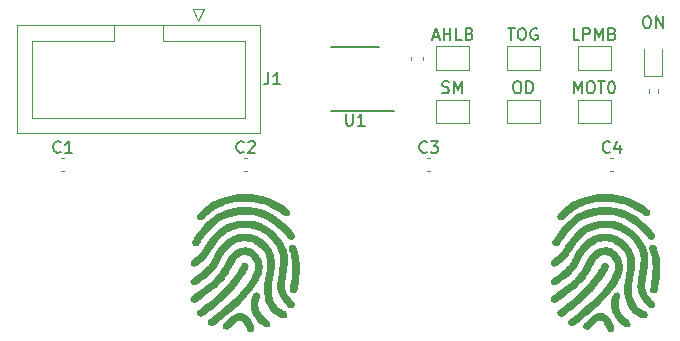
<source format=gbr>
%TF.GenerationSoftware,KiCad,Pcbnew,(6.0.5)*%
%TF.CreationDate,2022-09-01T18:41:32+02:00*%
%TF.ProjectId,4_Touch_Sensor_Board,345f546f-7563-4685-9f53-656e736f725f,rev?*%
%TF.SameCoordinates,Original*%
%TF.FileFunction,Legend,Top*%
%TF.FilePolarity,Positive*%
%FSLAX46Y46*%
G04 Gerber Fmt 4.6, Leading zero omitted, Abs format (unit mm)*
G04 Created by KiCad (PCBNEW (6.0.5)) date 2022-09-01 18:41:32*
%MOMM*%
%LPD*%
G01*
G04 APERTURE LIST*
%ADD10C,0.200000*%
%ADD11C,0.150000*%
%ADD12C,0.120000*%
G04 APERTURE END LIST*
D10*
X136880952Y-51452380D02*
X137071428Y-51452380D01*
X137166666Y-51500000D01*
X137261904Y-51595238D01*
X137309523Y-51785714D01*
X137309523Y-52119047D01*
X137261904Y-52309523D01*
X137166666Y-52404761D01*
X137071428Y-52452380D01*
X136880952Y-52452380D01*
X136785714Y-52404761D01*
X136690476Y-52309523D01*
X136642857Y-52119047D01*
X136642857Y-51785714D01*
X136690476Y-51595238D01*
X136785714Y-51500000D01*
X136880952Y-51452380D01*
X137738095Y-52452380D02*
X137738095Y-51452380D01*
X138309523Y-52452380D01*
X138309523Y-51452380D01*
X130785714Y-57952380D02*
X130785714Y-56952380D01*
X131119047Y-57666666D01*
X131452380Y-56952380D01*
X131452380Y-57952380D01*
X132119047Y-56952380D02*
X132309523Y-56952380D01*
X132404761Y-57000000D01*
X132500000Y-57095238D01*
X132547619Y-57285714D01*
X132547619Y-57619047D01*
X132500000Y-57809523D01*
X132404761Y-57904761D01*
X132309523Y-57952380D01*
X132119047Y-57952380D01*
X132023809Y-57904761D01*
X131928571Y-57809523D01*
X131880952Y-57619047D01*
X131880952Y-57285714D01*
X131928571Y-57095238D01*
X132023809Y-57000000D01*
X132119047Y-56952380D01*
X132833333Y-56952380D02*
X133404761Y-56952380D01*
X133119047Y-57952380D02*
X133119047Y-56952380D01*
X133928571Y-56952380D02*
X134023809Y-56952380D01*
X134119047Y-57000000D01*
X134166666Y-57047619D01*
X134214285Y-57142857D01*
X134261904Y-57333333D01*
X134261904Y-57571428D01*
X134214285Y-57761904D01*
X134166666Y-57857142D01*
X134119047Y-57904761D01*
X134023809Y-57952380D01*
X133928571Y-57952380D01*
X133833333Y-57904761D01*
X133785714Y-57857142D01*
X133738095Y-57761904D01*
X133690476Y-57571428D01*
X133690476Y-57333333D01*
X133738095Y-57142857D01*
X133785714Y-57047619D01*
X133833333Y-57000000D01*
X133928571Y-56952380D01*
X118858333Y-53166666D02*
X119334523Y-53166666D01*
X118763095Y-53452380D02*
X119096428Y-52452380D01*
X119429761Y-53452380D01*
X119763095Y-53452380D02*
X119763095Y-52452380D01*
X119763095Y-52928571D02*
X120334523Y-52928571D01*
X120334523Y-53452380D02*
X120334523Y-52452380D01*
X121286904Y-53452380D02*
X120810714Y-53452380D01*
X120810714Y-52452380D01*
X121953571Y-52928571D02*
X122096428Y-52976190D01*
X122144047Y-53023809D01*
X122191666Y-53119047D01*
X122191666Y-53261904D01*
X122144047Y-53357142D01*
X122096428Y-53404761D01*
X122001190Y-53452380D01*
X121620238Y-53452380D01*
X121620238Y-52452380D01*
X121953571Y-52452380D01*
X122048809Y-52500000D01*
X122096428Y-52547619D01*
X122144047Y-52642857D01*
X122144047Y-52738095D01*
X122096428Y-52833333D01*
X122048809Y-52880952D01*
X121953571Y-52928571D01*
X121620238Y-52928571D01*
X131238095Y-53452380D02*
X130761904Y-53452380D01*
X130761904Y-52452380D01*
X131571428Y-53452380D02*
X131571428Y-52452380D01*
X131952380Y-52452380D01*
X132047619Y-52500000D01*
X132095238Y-52547619D01*
X132142857Y-52642857D01*
X132142857Y-52785714D01*
X132095238Y-52880952D01*
X132047619Y-52928571D01*
X131952380Y-52976190D01*
X131571428Y-52976190D01*
X132571428Y-53452380D02*
X132571428Y-52452380D01*
X132904761Y-53166666D01*
X133238095Y-52452380D01*
X133238095Y-53452380D01*
X134047619Y-52928571D02*
X134190476Y-52976190D01*
X134238095Y-53023809D01*
X134285714Y-53119047D01*
X134285714Y-53261904D01*
X134238095Y-53357142D01*
X134190476Y-53404761D01*
X134095238Y-53452380D01*
X133714285Y-53452380D01*
X133714285Y-52452380D01*
X134047619Y-52452380D01*
X134142857Y-52500000D01*
X134190476Y-52547619D01*
X134238095Y-52642857D01*
X134238095Y-52738095D01*
X134190476Y-52833333D01*
X134142857Y-52880952D01*
X134047619Y-52928571D01*
X133714285Y-52928571D01*
X125190476Y-52452380D02*
X125761904Y-52452380D01*
X125476190Y-53452380D02*
X125476190Y-52452380D01*
X126285714Y-52452380D02*
X126476190Y-52452380D01*
X126571428Y-52500000D01*
X126666666Y-52595238D01*
X126714285Y-52785714D01*
X126714285Y-53119047D01*
X126666666Y-53309523D01*
X126571428Y-53404761D01*
X126476190Y-53452380D01*
X126285714Y-53452380D01*
X126190476Y-53404761D01*
X126095238Y-53309523D01*
X126047619Y-53119047D01*
X126047619Y-52785714D01*
X126095238Y-52595238D01*
X126190476Y-52500000D01*
X126285714Y-52452380D01*
X127666666Y-52500000D02*
X127571428Y-52452380D01*
X127428571Y-52452380D01*
X127285714Y-52500000D01*
X127190476Y-52595238D01*
X127142857Y-52690476D01*
X127095238Y-52880952D01*
X127095238Y-53023809D01*
X127142857Y-53214285D01*
X127190476Y-53309523D01*
X127285714Y-53404761D01*
X127428571Y-53452380D01*
X127523809Y-53452380D01*
X127666666Y-53404761D01*
X127714285Y-53357142D01*
X127714285Y-53023809D01*
X127523809Y-53023809D01*
X125904761Y-56952380D02*
X126095238Y-56952380D01*
X126190476Y-57000000D01*
X126285714Y-57095238D01*
X126333333Y-57285714D01*
X126333333Y-57619047D01*
X126285714Y-57809523D01*
X126190476Y-57904761D01*
X126095238Y-57952380D01*
X125904761Y-57952380D01*
X125809523Y-57904761D01*
X125714285Y-57809523D01*
X125666666Y-57619047D01*
X125666666Y-57285714D01*
X125714285Y-57095238D01*
X125809523Y-57000000D01*
X125904761Y-56952380D01*
X126761904Y-57952380D02*
X126761904Y-56952380D01*
X127000000Y-56952380D01*
X127142857Y-57000000D01*
X127238095Y-57095238D01*
X127285714Y-57190476D01*
X127333333Y-57380952D01*
X127333333Y-57523809D01*
X127285714Y-57714285D01*
X127238095Y-57809523D01*
X127142857Y-57904761D01*
X127000000Y-57952380D01*
X126761904Y-57952380D01*
X119642857Y-57904761D02*
X119785714Y-57952380D01*
X120023809Y-57952380D01*
X120119047Y-57904761D01*
X120166666Y-57857142D01*
X120214285Y-57761904D01*
X120214285Y-57666666D01*
X120166666Y-57571428D01*
X120119047Y-57523809D01*
X120023809Y-57476190D01*
X119833333Y-57428571D01*
X119738095Y-57380952D01*
X119690476Y-57333333D01*
X119642857Y-57238095D01*
X119642857Y-57142857D01*
X119690476Y-57047619D01*
X119738095Y-57000000D01*
X119833333Y-56952380D01*
X120071428Y-56952380D01*
X120214285Y-57000000D01*
X120642857Y-57952380D02*
X120642857Y-56952380D01*
X120976190Y-57666666D01*
X121309523Y-56952380D01*
X121309523Y-57952380D01*
D11*
%TO.C,C2*%
X102833333Y-62927142D02*
X102785714Y-62974761D01*
X102642857Y-63022380D01*
X102547619Y-63022380D01*
X102404761Y-62974761D01*
X102309523Y-62879523D01*
X102261904Y-62784285D01*
X102214285Y-62593809D01*
X102214285Y-62450952D01*
X102261904Y-62260476D01*
X102309523Y-62165238D01*
X102404761Y-62070000D01*
X102547619Y-62022380D01*
X102642857Y-62022380D01*
X102785714Y-62070000D01*
X102833333Y-62117619D01*
X103214285Y-62117619D02*
X103261904Y-62070000D01*
X103357142Y-62022380D01*
X103595238Y-62022380D01*
X103690476Y-62070000D01*
X103738095Y-62117619D01*
X103785714Y-62212857D01*
X103785714Y-62308095D01*
X103738095Y-62450952D01*
X103166666Y-63022380D01*
X103785714Y-63022380D01*
%TO.C,C4*%
X133833333Y-62927142D02*
X133785714Y-62974761D01*
X133642857Y-63022380D01*
X133547619Y-63022380D01*
X133404761Y-62974761D01*
X133309523Y-62879523D01*
X133261904Y-62784285D01*
X133214285Y-62593809D01*
X133214285Y-62450952D01*
X133261904Y-62260476D01*
X133309523Y-62165238D01*
X133404761Y-62070000D01*
X133547619Y-62022380D01*
X133642857Y-62022380D01*
X133785714Y-62070000D01*
X133833333Y-62117619D01*
X134690476Y-62355714D02*
X134690476Y-63022380D01*
X134452380Y-61974761D02*
X134214285Y-62689047D01*
X134833333Y-62689047D01*
%TO.C,C1*%
X87333333Y-62927142D02*
X87285714Y-62974761D01*
X87142857Y-63022380D01*
X87047619Y-63022380D01*
X86904761Y-62974761D01*
X86809523Y-62879523D01*
X86761904Y-62784285D01*
X86714285Y-62593809D01*
X86714285Y-62450952D01*
X86761904Y-62260476D01*
X86809523Y-62165238D01*
X86904761Y-62070000D01*
X87047619Y-62022380D01*
X87142857Y-62022380D01*
X87285714Y-62070000D01*
X87333333Y-62117619D01*
X88285714Y-63022380D02*
X87714285Y-63022380D01*
X88000000Y-63022380D02*
X88000000Y-62022380D01*
X87904761Y-62165238D01*
X87809523Y-62260476D01*
X87714285Y-62308095D01*
%TO.C,U1*%
X111488095Y-59702380D02*
X111488095Y-60511904D01*
X111535714Y-60607142D01*
X111583333Y-60654761D01*
X111678571Y-60702380D01*
X111869047Y-60702380D01*
X111964285Y-60654761D01*
X112011904Y-60607142D01*
X112059523Y-60511904D01*
X112059523Y-59702380D01*
X113059523Y-60702380D02*
X112488095Y-60702380D01*
X112773809Y-60702380D02*
X112773809Y-59702380D01*
X112678571Y-59845238D01*
X112583333Y-59940476D01*
X112488095Y-59988095D01*
%TO.C,J1*%
X104916666Y-56202380D02*
X104916666Y-56916666D01*
X104869047Y-57059523D01*
X104773809Y-57154761D01*
X104630952Y-57202380D01*
X104535714Y-57202380D01*
X105916666Y-57202380D02*
X105345238Y-57202380D01*
X105630952Y-57202380D02*
X105630952Y-56202380D01*
X105535714Y-56345238D01*
X105440476Y-56440476D01*
X105345238Y-56488095D01*
%TO.C,C3*%
X118333333Y-62927142D02*
X118285714Y-62974761D01*
X118142857Y-63022380D01*
X118047619Y-63022380D01*
X117904761Y-62974761D01*
X117809523Y-62879523D01*
X117761904Y-62784285D01*
X117714285Y-62593809D01*
X117714285Y-62450952D01*
X117761904Y-62260476D01*
X117809523Y-62165238D01*
X117904761Y-62070000D01*
X118047619Y-62022380D01*
X118142857Y-62022380D01*
X118285714Y-62070000D01*
X118333333Y-62117619D01*
X118666666Y-62022380D02*
X119285714Y-62022380D01*
X118952380Y-62403333D01*
X119095238Y-62403333D01*
X119190476Y-62450952D01*
X119238095Y-62498571D01*
X119285714Y-62593809D01*
X119285714Y-62831904D01*
X119238095Y-62927142D01*
X119190476Y-62974761D01*
X119095238Y-63022380D01*
X118809523Y-63022380D01*
X118714285Y-62974761D01*
X118666666Y-62927142D01*
D12*
%TO.C,C2*%
X102859420Y-63490000D02*
X103140580Y-63490000D01*
X102859420Y-64510000D02*
X103140580Y-64510000D01*
%TO.C,JP6*%
X131100000Y-58500000D02*
X133900000Y-58500000D01*
X131100000Y-60500000D02*
X131100000Y-58500000D01*
X133900000Y-60500000D02*
X131100000Y-60500000D01*
X133900000Y-58500000D02*
X133900000Y-60500000D01*
%TO.C,JP1*%
X119125000Y-56000000D02*
X119125000Y-54000000D01*
X119125000Y-54000000D02*
X121925000Y-54000000D01*
X121925000Y-54000000D02*
X121925000Y-56000000D01*
X121925000Y-56000000D02*
X119125000Y-56000000D01*
%TO.C,JP2*%
X127912500Y-56000000D02*
X125112500Y-56000000D01*
X125112500Y-56000000D02*
X125112500Y-54000000D01*
X125112500Y-54000000D02*
X127912500Y-54000000D01*
X127912500Y-54000000D02*
X127912500Y-56000000D01*
%TO.C,R1*%
X137120000Y-57903641D02*
X137120000Y-57596359D01*
X137880000Y-57903641D02*
X137880000Y-57596359D01*
%TO.C,C4*%
X133859420Y-63490000D02*
X134140580Y-63490000D01*
X133859420Y-64510000D02*
X134140580Y-64510000D01*
%TO.C,C1*%
X87359420Y-64510000D02*
X87640580Y-64510000D01*
X87359420Y-63490000D02*
X87640580Y-63490000D01*
%TO.C,JP5*%
X127900000Y-58500000D02*
X127900000Y-60500000D01*
X127900000Y-60500000D02*
X125100000Y-60500000D01*
X125100000Y-58500000D02*
X127900000Y-58500000D01*
X125100000Y-60500000D02*
X125100000Y-58500000D01*
D11*
%TO.C,U1*%
X115525000Y-59475000D02*
X110250000Y-59475000D01*
X114250000Y-54075000D02*
X110250000Y-54075000D01*
D12*
%TO.C,J1*%
X95970000Y-52210000D02*
X95970000Y-53520000D01*
X104210000Y-61330000D02*
X83630000Y-61330000D01*
X99500000Y-50820000D02*
X98500000Y-50820000D01*
X83630000Y-52210000D02*
X104210000Y-52210000D01*
X83630000Y-61330000D02*
X83630000Y-52210000D01*
X84930000Y-60020000D02*
X84930000Y-53520000D01*
X91870000Y-53520000D02*
X91870000Y-53520000D01*
X102910000Y-60020000D02*
X84930000Y-60020000D01*
X98500000Y-50820000D02*
X99000000Y-51820000D01*
X104210000Y-52210000D02*
X104210000Y-61330000D01*
X99000000Y-51820000D02*
X99500000Y-50820000D01*
X91870000Y-53520000D02*
X91870000Y-52210000D01*
X95970000Y-53520000D02*
X102910000Y-53520000D01*
X102910000Y-53520000D02*
X102910000Y-60020000D01*
X84930000Y-53520000D02*
X91870000Y-53520000D01*
%TO.C,H2*%
G36*
X103159159Y-69872746D02*
G01*
X103417152Y-69910846D01*
X103672964Y-69976669D01*
X103713483Y-69989771D01*
X103952036Y-70082915D01*
X104181692Y-70199762D01*
X104399863Y-70338079D01*
X104603964Y-70495631D01*
X104791409Y-70670186D01*
X104959612Y-70859510D01*
X105105987Y-71061371D01*
X105227947Y-71273533D01*
X105248389Y-71315337D01*
X105328427Y-71504113D01*
X105389990Y-71696534D01*
X105433791Y-71896751D01*
X105460544Y-72108912D01*
X105470960Y-72337167D01*
X105465951Y-72581616D01*
X105460685Y-72669319D01*
X105453035Y-72758957D01*
X105442477Y-72854111D01*
X105428485Y-72958362D01*
X105410533Y-73075291D01*
X105388097Y-73208478D01*
X105360651Y-73361505D01*
X105327670Y-73537951D01*
X105318867Y-73584213D01*
X105289178Y-73740191D01*
X105264464Y-73871703D01*
X105244271Y-73982303D01*
X105228141Y-74075543D01*
X105215619Y-74154976D01*
X105206249Y-74224154D01*
X105199576Y-74286631D01*
X105195142Y-74345958D01*
X105192493Y-74405688D01*
X105191173Y-74469374D01*
X105190725Y-74540569D01*
X105190686Y-74583090D01*
X105191032Y-74685751D01*
X105192457Y-74766527D01*
X105195516Y-74832067D01*
X105200763Y-74889020D01*
X105208752Y-74944036D01*
X105220040Y-75003763D01*
X105229554Y-75048939D01*
X105285125Y-75272270D01*
X105350914Y-75474999D01*
X105426111Y-75655003D01*
X105509910Y-75810159D01*
X105532586Y-75845535D01*
X105625645Y-75971884D01*
X105726178Y-76079965D01*
X105838742Y-76173262D01*
X105967894Y-76255259D01*
X106118190Y-76329440D01*
X106221053Y-76371895D01*
X106307129Y-76406969D01*
X106370915Y-76437585D01*
X106417551Y-76467173D01*
X106452175Y-76499160D01*
X106479927Y-76536975D01*
X106487507Y-76549668D01*
X106524009Y-76638998D01*
X106533109Y-76729597D01*
X106515128Y-76817692D01*
X106470390Y-76899505D01*
X106456138Y-76917283D01*
X106387860Y-76979388D01*
X106309902Y-77016505D01*
X106220821Y-77028860D01*
X106119176Y-77016679D01*
X106018675Y-76986028D01*
X105790083Y-76888851D01*
X105585291Y-76777514D01*
X105402444Y-76650357D01*
X105239685Y-76505721D01*
X105095159Y-76341944D01*
X104967010Y-76157368D01*
X104853382Y-75950333D01*
X104847733Y-75938708D01*
X104745107Y-75698454D01*
X104661647Y-75444475D01*
X104598466Y-75182358D01*
X104556677Y-74917693D01*
X104537392Y-74656068D01*
X104541725Y-74403075D01*
X104541779Y-74402282D01*
X104549256Y-74306011D01*
X104559019Y-74209091D01*
X104571701Y-74107344D01*
X104587935Y-73996595D01*
X104608354Y-73872665D01*
X104633591Y-73731379D01*
X104664279Y-73568559D01*
X104681978Y-73477191D01*
X104713855Y-73312685D01*
X104740408Y-73172310D01*
X104762115Y-73052251D01*
X104779454Y-72948696D01*
X104792902Y-72857830D01*
X104802936Y-72775841D01*
X104810034Y-72698916D01*
X104814672Y-72623240D01*
X104817330Y-72545001D01*
X104818483Y-72460385D01*
X104818644Y-72385562D01*
X104817316Y-72250745D01*
X104813046Y-72138405D01*
X104804919Y-72042548D01*
X104792020Y-71957185D01*
X104773433Y-71876322D01*
X104748241Y-71793968D01*
X104715530Y-71704132D01*
X104713849Y-71699770D01*
X104629363Y-71519162D01*
X104519736Y-71346192D01*
X104387859Y-71183149D01*
X104236623Y-71032320D01*
X104068921Y-70895994D01*
X103887645Y-70776461D01*
X103695686Y-70676007D01*
X103495936Y-70596923D01*
X103291287Y-70541495D01*
X103237148Y-70531157D01*
X103121712Y-70516726D01*
X102990651Y-70509665D01*
X102853998Y-70509875D01*
X102721787Y-70517255D01*
X102604052Y-70531708D01*
X102571463Y-70537731D01*
X102354252Y-70593983D01*
X102149865Y-70672219D01*
X101955620Y-70773925D01*
X101768833Y-70900587D01*
X101586821Y-71053691D01*
X101514723Y-71122697D01*
X101410785Y-71229930D01*
X101316423Y-71337247D01*
X101228887Y-71448743D01*
X101145426Y-71568513D01*
X101063288Y-71700652D01*
X100979724Y-71849253D01*
X100891982Y-72018412D01*
X100834067Y-72135843D01*
X100735654Y-72329056D01*
X100636883Y-72501909D01*
X100533096Y-72660954D01*
X100419631Y-72812746D01*
X100291831Y-72963838D01*
X100145034Y-73120782D01*
X100104358Y-73162168D01*
X99939341Y-73321130D01*
X99754064Y-73486324D01*
X99554545Y-73652843D01*
X99346801Y-73815781D01*
X99136849Y-73970230D01*
X98982629Y-74076826D01*
X98888261Y-74138307D01*
X98811385Y-74183296D01*
X98747335Y-74213291D01*
X98691444Y-74229785D01*
X98639047Y-74234276D01*
X98585478Y-74228260D01*
X98542432Y-74217948D01*
X98475908Y-74185994D01*
X98415378Y-74132415D01*
X98365823Y-74064106D01*
X98332222Y-73987963D01*
X98319556Y-73910882D01*
X98319550Y-73909322D01*
X98325180Y-73848175D01*
X98343845Y-73792383D01*
X98378214Y-73738564D01*
X98430953Y-73683332D01*
X98504729Y-73623304D01*
X98594817Y-73560033D01*
X98818192Y-73404738D01*
X99033844Y-73243733D01*
X99238143Y-73080062D01*
X99427455Y-72916764D01*
X99598148Y-72756882D01*
X99746592Y-72603456D01*
X99775521Y-72571302D01*
X99856688Y-72478102D01*
X99926362Y-72393641D01*
X99987778Y-72312954D01*
X100044174Y-72231078D01*
X100098784Y-72143051D01*
X100154844Y-72043910D01*
X100215590Y-71928690D01*
X100284257Y-71792429D01*
X100287331Y-71786236D01*
X100388220Y-71588725D01*
X100484114Y-71414089D01*
X100578051Y-71257815D01*
X100673069Y-71115394D01*
X100772206Y-70982313D01*
X100878500Y-70854062D01*
X100994987Y-70726129D01*
X101016052Y-70704056D01*
X101218133Y-70512649D01*
X101433141Y-70344965D01*
X101659398Y-70201447D01*
X101895226Y-70082541D01*
X102138945Y-69988692D01*
X102388877Y-69920343D01*
X102643343Y-69877939D01*
X102900663Y-69861925D01*
X103159159Y-69872746D01*
G37*
G36*
X103125246Y-66509621D02*
G01*
X103277769Y-66514491D01*
X103415931Y-66521871D01*
X103533618Y-66531762D01*
X103542247Y-66532693D01*
X103954781Y-66590713D01*
X104352045Y-66672531D01*
X104735219Y-66778626D01*
X105105483Y-66909474D01*
X105464018Y-67065551D01*
X105812003Y-67247336D01*
X106150617Y-67455305D01*
X106481043Y-67689936D01*
X106565363Y-67755056D01*
X106644812Y-67824414D01*
X106699935Y-67889857D01*
X106733756Y-67955621D01*
X106747308Y-68009945D01*
X106747956Y-68103365D01*
X106723137Y-68189520D01*
X106675751Y-68264292D01*
X106608695Y-68323560D01*
X106524870Y-68363206D01*
X106492861Y-68371527D01*
X106438581Y-68379585D01*
X106388680Y-68378129D01*
X106338338Y-68365262D01*
X106282737Y-68339085D01*
X106217059Y-68297698D01*
X106136483Y-68239203D01*
X106114373Y-68222392D01*
X105808411Y-68003095D01*
X105498842Y-67811060D01*
X105183127Y-67645031D01*
X104858726Y-67503749D01*
X104523102Y-67385958D01*
X104291404Y-67319741D01*
X103938986Y-67240738D01*
X103579215Y-67185282D01*
X103215404Y-67153315D01*
X102850867Y-67144781D01*
X102488917Y-67159623D01*
X102132867Y-67197783D01*
X101786032Y-67259205D01*
X101451723Y-67343833D01*
X101366124Y-67369991D01*
X101071890Y-67474742D01*
X100786449Y-67599004D01*
X100512727Y-67740942D01*
X100253653Y-67898721D01*
X100012152Y-68070505D01*
X99791152Y-68254459D01*
X99593580Y-68448747D01*
X99526317Y-68523677D01*
X99468751Y-68587146D01*
X99416209Y-68639404D01*
X99373155Y-68676208D01*
X99350401Y-68690822D01*
X99292631Y-68709582D01*
X99222967Y-68719514D01*
X99153979Y-68719719D01*
X99098239Y-68709297D01*
X99097247Y-68708938D01*
X99016296Y-68664947D01*
X98952677Y-68601522D01*
X98909007Y-68523679D01*
X98887903Y-68436437D01*
X98891982Y-68344815D01*
X98896610Y-68324215D01*
X98914761Y-68275022D01*
X98946134Y-68219781D01*
X98992706Y-68155920D01*
X99056455Y-68080865D01*
X99139356Y-67992043D01*
X99197135Y-67933062D01*
X99445179Y-67701972D01*
X99711753Y-67489953D01*
X99998591Y-67295766D01*
X100307426Y-67118173D01*
X100417191Y-67061631D01*
X100710709Y-66925512D01*
X101008600Y-66809643D01*
X101315095Y-66712807D01*
X101634424Y-66633782D01*
X101970821Y-66571349D01*
X102250843Y-66533024D01*
X102361162Y-66522867D01*
X102493798Y-66515210D01*
X102642637Y-66510056D01*
X102801567Y-66507405D01*
X102964474Y-66507260D01*
X103125246Y-66509621D01*
G37*
G36*
X103390476Y-67631097D02*
G01*
X103691474Y-67665738D01*
X103841910Y-67691173D01*
X104187515Y-67770950D01*
X104528052Y-67878490D01*
X104863699Y-68013879D01*
X105194638Y-68177203D01*
X105521047Y-68368548D01*
X105843105Y-68588000D01*
X106057495Y-68751561D01*
X106156752Y-68834195D01*
X106264483Y-68930265D01*
X106377660Y-69036570D01*
X106493257Y-69149909D01*
X106608247Y-69267082D01*
X106719605Y-69384888D01*
X106824303Y-69500127D01*
X106919315Y-69609599D01*
X107001614Y-69710102D01*
X107068173Y-69798435D01*
X107115174Y-69870044D01*
X107153853Y-69961098D01*
X107164765Y-70052397D01*
X107148289Y-70140862D01*
X107104802Y-70223414D01*
X107066208Y-70268522D01*
X106990148Y-70326935D01*
X106906663Y-70357950D01*
X106816745Y-70361282D01*
X106771971Y-70353061D01*
X106718312Y-70335227D01*
X106670232Y-70308176D01*
X106622654Y-70267742D01*
X106570498Y-70209758D01*
X106522285Y-70148227D01*
X106316887Y-69895138D01*
X106091135Y-69652368D01*
X105848289Y-69422457D01*
X105591611Y-69207943D01*
X105324361Y-69011368D01*
X105049802Y-68835270D01*
X104771194Y-68682190D01*
X104491799Y-68554666D01*
X104458955Y-68541432D01*
X104188223Y-68443219D01*
X103924780Y-68367501D01*
X103660974Y-68312698D01*
X103389154Y-68277231D01*
X103101667Y-68259517D01*
X103092753Y-68259244D01*
X102734697Y-68261116D01*
X102388315Y-68288276D01*
X102054057Y-68340585D01*
X101732373Y-68417904D01*
X101423712Y-68520094D01*
X101128526Y-68647017D01*
X100847263Y-68798533D01*
X100580373Y-68974502D01*
X100445730Y-69076973D01*
X100301049Y-69201239D01*
X100148044Y-69348977D01*
X99989148Y-69517224D01*
X99826792Y-69703017D01*
X99663406Y-69903391D01*
X99501422Y-70115385D01*
X99343271Y-70336033D01*
X99191385Y-70562374D01*
X99073539Y-70749613D01*
X99018234Y-70825959D01*
X98958313Y-70877381D01*
X98887983Y-70907473D01*
X98801453Y-70919825D01*
X98798871Y-70919945D01*
X98736279Y-70920500D01*
X98690135Y-70914272D01*
X98648770Y-70899347D01*
X98636390Y-70893317D01*
X98564177Y-70841629D01*
X98509594Y-70771993D01*
X98475106Y-70690444D01*
X98463177Y-70603019D01*
X98476274Y-70515754D01*
X98478919Y-70507663D01*
X98501874Y-70455555D01*
X98540915Y-70384092D01*
X98594107Y-70296043D01*
X98659511Y-70194181D01*
X98735191Y-70081278D01*
X98819210Y-69960104D01*
X98909631Y-69833433D01*
X99004518Y-69704034D01*
X99101933Y-69574680D01*
X99199939Y-69448143D01*
X99296599Y-69327193D01*
X99345511Y-69267640D01*
X99591407Y-68991398D01*
X99849304Y-68741004D01*
X100119591Y-68516234D01*
X100402655Y-68316867D01*
X100698882Y-68142682D01*
X101008661Y-67993456D01*
X101332379Y-67868968D01*
X101670423Y-67768995D01*
X102023180Y-67693315D01*
X102121972Y-67676865D01*
X102436533Y-67637671D01*
X102756884Y-67617013D01*
X103076905Y-67614838D01*
X103390476Y-67631097D01*
G37*
G36*
X103017514Y-72324346D02*
G01*
X103095652Y-72355813D01*
X103158690Y-72410223D01*
X103203960Y-72478535D01*
X103229212Y-72535601D01*
X103241931Y-72590954D01*
X103241462Y-72649529D01*
X103227147Y-72716260D01*
X103198330Y-72796082D01*
X103154354Y-72893930D01*
X103146520Y-72910240D01*
X103024143Y-73146090D01*
X102882464Y-73386798D01*
X102720402Y-73633893D01*
X102536882Y-73888906D01*
X102330823Y-74153366D01*
X102101148Y-74428805D01*
X101972843Y-74575955D01*
X101887904Y-74669404D01*
X101785474Y-74777792D01*
X101669503Y-74897227D01*
X101543942Y-75023815D01*
X101412743Y-75153663D01*
X101279857Y-75282877D01*
X101149235Y-75407563D01*
X101024828Y-75523828D01*
X100910587Y-75627778D01*
X100859550Y-75673010D01*
X100730797Y-75784105D01*
X100588130Y-75904004D01*
X100435481Y-76029613D01*
X100276778Y-76157835D01*
X100115952Y-76285574D01*
X99956934Y-76409735D01*
X99803653Y-76527220D01*
X99660039Y-76634934D01*
X99530023Y-76729781D01*
X99420836Y-76806410D01*
X99330155Y-76857902D01*
X99245238Y-76883216D01*
X99162305Y-76883071D01*
X99100786Y-76867281D01*
X99017593Y-76823680D01*
X98952983Y-76761511D01*
X98908930Y-76685413D01*
X98887410Y-76600028D01*
X98890398Y-76509996D01*
X98914899Y-76430543D01*
X98926312Y-76406059D01*
X98938259Y-76384834D01*
X98953678Y-76364263D01*
X98975501Y-76341740D01*
X99006665Y-76314661D01*
X99050103Y-76280421D01*
X99108751Y-76236413D01*
X99185543Y-76180033D01*
X99250322Y-76132789D01*
X99655932Y-75828066D01*
X100044618Y-75517580D01*
X100414817Y-75202805D01*
X100764967Y-74885215D01*
X101093507Y-74566283D01*
X101398874Y-74247483D01*
X101679507Y-73930288D01*
X101933844Y-73616172D01*
X101975445Y-73561744D01*
X102116910Y-73369903D01*
X102240990Y-73190111D01*
X102351874Y-73015740D01*
X102453751Y-72840158D01*
X102550810Y-72656734D01*
X102564775Y-72629009D01*
X102606316Y-72546664D01*
X102638255Y-72485746D01*
X102663470Y-72442016D01*
X102684842Y-72411237D01*
X102705249Y-72389169D01*
X102727572Y-72371575D01*
X102749162Y-72357615D01*
X102791823Y-72333734D01*
X102829929Y-72320568D01*
X102875492Y-72315093D01*
X102921517Y-72314213D01*
X103017514Y-72324346D01*
G37*
G36*
X103990674Y-74833553D02*
G01*
X104072876Y-74865758D01*
X104135922Y-74913727D01*
X104194247Y-74988824D01*
X104225760Y-75071212D01*
X104230560Y-75161828D01*
X104208745Y-75261611D01*
X104180145Y-75332247D01*
X104140143Y-75423280D01*
X104111833Y-75504536D01*
X104093445Y-75584656D01*
X104083208Y-75672277D01*
X104079348Y-75776039D01*
X104079196Y-75824550D01*
X104080171Y-75910386D01*
X104083035Y-75975927D01*
X104088781Y-76029403D01*
X104098399Y-76079045D01*
X104112882Y-76133083D01*
X104118738Y-76152753D01*
X104166514Y-76290485D01*
X104225239Y-76420878D01*
X104297043Y-76546705D01*
X104384056Y-76670741D01*
X104488411Y-76795760D01*
X104612238Y-76924535D01*
X104757668Y-77059841D01*
X104926404Y-77204098D01*
X104982884Y-77256189D01*
X105028306Y-77308488D01*
X105051264Y-77344077D01*
X105078760Y-77428013D01*
X105080957Y-77515312D01*
X105059546Y-77600066D01*
X105016221Y-77676367D01*
X104952672Y-77738308D01*
X104934966Y-77750155D01*
X104855825Y-77784923D01*
X104769397Y-77799184D01*
X104684933Y-77792179D01*
X104633342Y-77774883D01*
X104579646Y-77743673D01*
X104510913Y-77694358D01*
X104430861Y-77630339D01*
X104343209Y-77555021D01*
X104251678Y-77471808D01*
X104159985Y-77384103D01*
X104071850Y-77295309D01*
X103990992Y-77208830D01*
X103921129Y-77128070D01*
X103905537Y-77108820D01*
X103767481Y-76915781D01*
X103650022Y-76710127D01*
X103555174Y-76496273D01*
X103484952Y-76278634D01*
X103448092Y-76106189D01*
X103437257Y-76011443D01*
X103431863Y-75899232D01*
X103431718Y-75778560D01*
X103436631Y-75658428D01*
X103446411Y-75547841D01*
X103460864Y-75455802D01*
X103462058Y-75450235D01*
X103499054Y-75305242D01*
X103542685Y-75175464D01*
X103591571Y-75063822D01*
X103644330Y-74973240D01*
X103699582Y-74906641D01*
X103731018Y-74880963D01*
X103813868Y-74840680D01*
X103902379Y-74825036D01*
X103990674Y-74833553D01*
G37*
G36*
X102576073Y-76577378D02*
G01*
X102715236Y-76599721D01*
X102719357Y-76600697D01*
X102886188Y-76654523D01*
X103040172Y-76733297D01*
X103181485Y-76837192D01*
X103310300Y-76966382D01*
X103426794Y-77121041D01*
X103531141Y-77301344D01*
X103619058Y-77496239D01*
X103667768Y-77624899D01*
X103701964Y-77732529D01*
X103721996Y-77822462D01*
X103728213Y-77898032D01*
X103720967Y-77962571D01*
X103700606Y-78019414D01*
X103677983Y-78057501D01*
X103617603Y-78121764D01*
X103541768Y-78167577D01*
X103457196Y-78192717D01*
X103370605Y-78194964D01*
X103307623Y-78180009D01*
X103240656Y-78148916D01*
X103187786Y-78108299D01*
X103144988Y-78053197D01*
X103108237Y-77978648D01*
X103079565Y-77898821D01*
X103018464Y-77731761D01*
X102950290Y-77586285D01*
X102875971Y-77463422D01*
X102796435Y-77364206D01*
X102712609Y-77289667D01*
X102625420Y-77240836D01*
X102535797Y-77218745D01*
X102469091Y-77220134D01*
X102385406Y-77242689D01*
X102289382Y-77289647D01*
X102180794Y-77361170D01*
X102059419Y-77457419D01*
X101925031Y-77578555D01*
X101801348Y-77700248D01*
X101733826Y-77767838D01*
X101669928Y-77829781D01*
X101613356Y-77882647D01*
X101567809Y-77923006D01*
X101536986Y-77947427D01*
X101530225Y-77951646D01*
X101465638Y-77972754D01*
X101388811Y-77978445D01*
X101311393Y-77968914D01*
X101249779Y-77946932D01*
X101173404Y-77891545D01*
X101116939Y-77817823D01*
X101082936Y-77730082D01*
X101073595Y-77648646D01*
X101077890Y-77602926D01*
X101092138Y-77556227D01*
X101118384Y-77505560D01*
X101158673Y-77447935D01*
X101215052Y-77380365D01*
X101289565Y-77299860D01*
X101365203Y-77222530D01*
X101539021Y-77055827D01*
X101703643Y-76914990D01*
X101860457Y-76799379D01*
X102010854Y-76708356D01*
X102156225Y-76641282D01*
X102297958Y-76597520D01*
X102437444Y-76576432D01*
X102576073Y-76577378D01*
G37*
G36*
X103015946Y-68749392D02*
G01*
X103123448Y-68751555D01*
X103223450Y-68754935D01*
X103309650Y-68759302D01*
X103375746Y-68764429D01*
X103392416Y-68766292D01*
X103702833Y-68817001D01*
X104004163Y-68889767D01*
X104292814Y-68983479D01*
X104565195Y-69097030D01*
X104726629Y-69178150D01*
X104988661Y-69335332D01*
X105237900Y-69516746D01*
X105472607Y-69720310D01*
X105691044Y-69943945D01*
X105891473Y-70185570D01*
X106072157Y-70443106D01*
X106231357Y-70714472D01*
X106367336Y-70997588D01*
X106469612Y-71264218D01*
X106524007Y-71457558D01*
X106560037Y-71663356D01*
X106577968Y-71884392D01*
X106578068Y-72123443D01*
X106568467Y-72292809D01*
X106561322Y-72381145D01*
X106553700Y-72464996D01*
X106545082Y-72548360D01*
X106534951Y-72635233D01*
X106522786Y-72729612D01*
X106508069Y-72835493D01*
X106490282Y-72956875D01*
X106468904Y-73097752D01*
X106443418Y-73262124D01*
X106438797Y-73291685D01*
X106405861Y-73505635D01*
X106378267Y-73694051D01*
X106356026Y-73859434D01*
X106339149Y-74004287D01*
X106327646Y-74131112D01*
X106321527Y-74242412D01*
X106320803Y-74340689D01*
X106325483Y-74428444D01*
X106335578Y-74508181D01*
X106351099Y-74582401D01*
X106372055Y-74653607D01*
X106398457Y-74724301D01*
X106430316Y-74796984D01*
X106445130Y-74828301D01*
X106500397Y-74935522D01*
X106561327Y-75037695D01*
X106631088Y-75139038D01*
X106712847Y-75243768D01*
X106809772Y-75356105D01*
X106925029Y-75480268D01*
X106968631Y-75525593D01*
X107037444Y-75598017D01*
X107087670Y-75654497D01*
X107121878Y-75698245D01*
X107142631Y-75732476D01*
X107150931Y-75753907D01*
X107166186Y-75851278D01*
X107154686Y-75939329D01*
X107115992Y-76019783D01*
X107068810Y-76076226D01*
X106991584Y-76135312D01*
X106906347Y-76167841D01*
X106816270Y-76173207D01*
X106724525Y-76150806D01*
X106710112Y-76144698D01*
X106668453Y-76119069D01*
X106611439Y-76072497D01*
X106538362Y-76004367D01*
X106467528Y-75933589D01*
X106280486Y-75731052D01*
X106120349Y-75532704D01*
X105986114Y-75336757D01*
X105876779Y-75141428D01*
X105791342Y-74944930D01*
X105728801Y-74745477D01*
X105688897Y-74546370D01*
X105679300Y-74469247D01*
X105673295Y-74389478D01*
X105671097Y-74304329D01*
X105672923Y-74211065D01*
X105678987Y-74106952D01*
X105689506Y-73989254D01*
X105704694Y-73855237D01*
X105724768Y-73702167D01*
X105749943Y-73527309D01*
X105780435Y-73327928D01*
X105789489Y-73270281D01*
X105826964Y-73028340D01*
X105858790Y-72812081D01*
X105885047Y-72619227D01*
X105905817Y-72447502D01*
X105921178Y-72294630D01*
X105931210Y-72158333D01*
X105935995Y-72036336D01*
X105935612Y-71926361D01*
X105930140Y-71826132D01*
X105919661Y-71733373D01*
X105904254Y-71645808D01*
X105883999Y-71561158D01*
X105858977Y-71477149D01*
X105853183Y-71459552D01*
X105762123Y-71225710D01*
X105646294Y-70991950D01*
X105508991Y-70763530D01*
X105353511Y-70545712D01*
X105183149Y-70343754D01*
X105098875Y-70255808D01*
X104890864Y-70065291D01*
X104671887Y-69899287D01*
X104440386Y-69757047D01*
X104194802Y-69637819D01*
X103933580Y-69540850D01*
X103655161Y-69465391D01*
X103357987Y-69410689D01*
X103342472Y-69408466D01*
X103257634Y-69399770D01*
X103151513Y-69393958D01*
X103031213Y-69390973D01*
X102903838Y-69390757D01*
X102776492Y-69393253D01*
X102656281Y-69398405D01*
X102550307Y-69406156D01*
X102472022Y-69415451D01*
X102208469Y-69467101D01*
X101957426Y-69539904D01*
X101717877Y-69634620D01*
X101488802Y-69752012D01*
X101269182Y-69892839D01*
X101058001Y-70057863D01*
X100854239Y-70247844D01*
X100656878Y-70463543D01*
X100464900Y-70705722D01*
X100277287Y-70975141D01*
X100180128Y-71127853D01*
X100079387Y-71289418D01*
X99989776Y-71429447D01*
X99908686Y-71551422D01*
X99833511Y-71658823D01*
X99761643Y-71755131D01*
X99690476Y-71843828D01*
X99617402Y-71928393D01*
X99539815Y-72012309D01*
X99455107Y-72099056D01*
X99445684Y-72108479D01*
X99357416Y-72192484D01*
X99259435Y-72278739D01*
X99156894Y-72363226D01*
X99054948Y-72441925D01*
X98958750Y-72510819D01*
X98873453Y-72565889D01*
X98822782Y-72594168D01*
X98724323Y-72631160D01*
X98630054Y-72640931D01*
X98541951Y-72623787D01*
X98461991Y-72580031D01*
X98408895Y-72530323D01*
X98362091Y-72460176D01*
X98338726Y-72380620D01*
X98336599Y-72292587D01*
X98345873Y-72230570D01*
X98366217Y-72177130D01*
X98401136Y-72127681D01*
X98454134Y-72077637D01*
X98528716Y-72022410D01*
X98558142Y-72002610D01*
X98783021Y-71837492D01*
X98992351Y-71649724D01*
X99187352Y-71438139D01*
X99308155Y-71285737D01*
X99342593Y-71237371D01*
X99387988Y-71170192D01*
X99440635Y-71089872D01*
X99496831Y-71002082D01*
X99552870Y-70912495D01*
X99568146Y-70887669D01*
X99744572Y-70610849D01*
X99918955Y-70359975D01*
X100093194Y-70132725D01*
X100269187Y-69926780D01*
X100448831Y-69739818D01*
X100634024Y-69569519D01*
X100674045Y-69535448D01*
X100917241Y-69349714D01*
X101176326Y-69187379D01*
X101450110Y-69048971D01*
X101737406Y-68935023D01*
X102037024Y-68846066D01*
X102347777Y-68782631D01*
X102365000Y-68779919D01*
X102440497Y-68769080D01*
X102512183Y-68760977D01*
X102586330Y-68755249D01*
X102669208Y-68751535D01*
X102767089Y-68749473D01*
X102886242Y-68748702D01*
X102907247Y-68748675D01*
X103015946Y-68749392D01*
G37*
G36*
X107020370Y-70773738D02*
G01*
X107106557Y-70799380D01*
X107185529Y-70849886D01*
X107213380Y-70876292D01*
X107247086Y-70923208D01*
X107283884Y-70994661D01*
X107322508Y-71086980D01*
X107361693Y-71196499D01*
X107400173Y-71319548D01*
X107436682Y-71452458D01*
X107469956Y-71591562D01*
X107485645Y-71665553D01*
X107544092Y-72018991D01*
X107579753Y-72388639D01*
X107592653Y-72773557D01*
X107582817Y-73172804D01*
X107550272Y-73585441D01*
X107495042Y-74010527D01*
X107417154Y-74447121D01*
X107409619Y-74484098D01*
X107388115Y-74583515D01*
X107368788Y-74659598D01*
X107349865Y-74717278D01*
X107329569Y-74761485D01*
X107306123Y-74797150D01*
X107289932Y-74816361D01*
X107227926Y-74865172D01*
X107149907Y-74897863D01*
X107064683Y-74912395D01*
X106981063Y-74906732D01*
X106944259Y-74896308D01*
X106867643Y-74853573D01*
X106805201Y-74790263D01*
X106761269Y-74712592D01*
X106740184Y-74626775D01*
X106738965Y-74602068D01*
X106741911Y-74560929D01*
X106750136Y-74500705D01*
X106762311Y-74430077D01*
X106774477Y-74369731D01*
X106846161Y-73987445D01*
X106900280Y-73585875D01*
X106936361Y-73168589D01*
X106939292Y-73120449D01*
X106947992Y-72856120D01*
X106943824Y-72590971D01*
X106927321Y-72329218D01*
X106899014Y-72075076D01*
X106859436Y-71832760D01*
X106809119Y-71606486D01*
X106748594Y-71400469D01*
X106708293Y-71290078D01*
X106671536Y-71180341D01*
X106655900Y-71086998D01*
X106661809Y-71006792D01*
X106689688Y-70936463D01*
X106739962Y-70872754D01*
X106765850Y-70848896D01*
X106845284Y-70798206D01*
X106931702Y-70773250D01*
X107020370Y-70773738D01*
G37*
G36*
X103057079Y-71025570D02*
G01*
X103232414Y-71051543D01*
X103408754Y-71102942D01*
X103575997Y-71176104D01*
X103749274Y-71281371D01*
X103904937Y-71408936D01*
X104042725Y-71558438D01*
X104162374Y-71729514D01*
X104263621Y-71921805D01*
X104346203Y-72134948D01*
X104393857Y-72300719D01*
X104419951Y-72441547D01*
X104433362Y-72598161D01*
X104433994Y-72760737D01*
X104421751Y-72919447D01*
X104401126Y-73044075D01*
X104339120Y-73273343D01*
X104249995Y-73511313D01*
X104133794Y-73757930D01*
X103990560Y-74013135D01*
X103820336Y-74276871D01*
X103623165Y-74549081D01*
X103399091Y-74829708D01*
X103148155Y-75118695D01*
X102870401Y-75415984D01*
X102565872Y-75721518D01*
X102234610Y-76035241D01*
X101993989Y-76253323D01*
X101734821Y-76479924D01*
X101458683Y-76713286D01*
X101173771Y-76946716D01*
X100888281Y-77173519D01*
X100610412Y-77386999D01*
X100554944Y-77428651D01*
X100454836Y-77502735D01*
X100373426Y-77560606D01*
X100307148Y-77603906D01*
X100252433Y-77634276D01*
X100205716Y-77653358D01*
X100163430Y-77662793D01*
X100122007Y-77664224D01*
X100077882Y-77659290D01*
X100060449Y-77656235D01*
X99974975Y-77626314D01*
X99902845Y-77572142D01*
X99847130Y-77496095D01*
X99842837Y-77487887D01*
X99810683Y-77400676D01*
X99805814Y-77316300D01*
X99828144Y-77229522D01*
X99838094Y-77206563D01*
X99852228Y-77179189D01*
X99869502Y-77153921D01*
X99893460Y-77127465D01*
X99927646Y-77096527D01*
X99975604Y-77057813D01*
X100040879Y-77008031D01*
X100096081Y-76966833D01*
X100432135Y-76711889D01*
X100762281Y-76450993D01*
X101084288Y-76186176D01*
X101395921Y-75919468D01*
X101694946Y-75652899D01*
X101979129Y-75388499D01*
X102246237Y-75128298D01*
X102494035Y-74874327D01*
X102720291Y-74628615D01*
X102906782Y-74412460D01*
X103097903Y-74173474D01*
X103266904Y-73942374D01*
X103413328Y-73719988D01*
X103536721Y-73507145D01*
X103636625Y-73304672D01*
X103712587Y-73113399D01*
X103764150Y-72934151D01*
X103785629Y-72815175D01*
X103794766Y-72710454D01*
X103792286Y-72611951D01*
X103777347Y-72508713D01*
X103754604Y-72410502D01*
X103699158Y-72241411D01*
X103626625Y-72091702D01*
X103538287Y-71962531D01*
X103435427Y-71855058D01*
X103319327Y-71770441D01*
X103191270Y-71709838D01*
X103052538Y-71674406D01*
X102929060Y-71664944D01*
X102771385Y-71678875D01*
X102620136Y-71720145D01*
X102476885Y-71787968D01*
X102343206Y-71881558D01*
X102220673Y-72000132D01*
X102193048Y-72032281D01*
X102154332Y-72083800D01*
X102112433Y-72149572D01*
X102065336Y-72233086D01*
X102011027Y-72337826D01*
X101977795Y-72404841D01*
X101837043Y-72682680D01*
X101698989Y-72935456D01*
X101561743Y-73166276D01*
X101423415Y-73378247D01*
X101282114Y-73574473D01*
X101208022Y-73669831D01*
X101142470Y-73747842D01*
X101059688Y-73839791D01*
X100964198Y-73941139D01*
X100860522Y-74047348D01*
X100753181Y-74153879D01*
X100646697Y-74256194D01*
X100545592Y-74349754D01*
X100454386Y-74430021D01*
X100431461Y-74449311D01*
X100366512Y-74502102D01*
X100285106Y-74566325D01*
X100189717Y-74640163D01*
X100082823Y-74721799D01*
X99966898Y-74809414D01*
X99844420Y-74901193D01*
X99717865Y-74995317D01*
X99589707Y-75089969D01*
X99462425Y-75183331D01*
X99338493Y-75273586D01*
X99220388Y-75358917D01*
X99110585Y-75437507D01*
X99011562Y-75507537D01*
X98925793Y-75567191D01*
X98855756Y-75614651D01*
X98803926Y-75648099D01*
X98776936Y-75663701D01*
X98705772Y-75685653D01*
X98623673Y-75687970D01*
X98540054Y-75671029D01*
X98494333Y-75652410D01*
X98420789Y-75601325D01*
X98367419Y-75534617D01*
X98334702Y-75457315D01*
X98323117Y-75374449D01*
X98333143Y-75291048D01*
X98365257Y-75212144D01*
X98419940Y-75142764D01*
X98443870Y-75122151D01*
X98469035Y-75103310D01*
X98514055Y-75070399D01*
X98575522Y-75025878D01*
X98650028Y-74972207D01*
X98734162Y-74911845D01*
X98824516Y-74847252D01*
X98854663Y-74825751D01*
X99067959Y-74673066D01*
X99259503Y-74534484D01*
X99431350Y-74408370D01*
X99585559Y-74293091D01*
X99724185Y-74187015D01*
X99849285Y-74088508D01*
X99962916Y-73995938D01*
X100067135Y-73907669D01*
X100164000Y-73822071D01*
X100255566Y-73737509D01*
X100343890Y-73652351D01*
X100389345Y-73607165D01*
X100518494Y-73473962D01*
X100635415Y-73345126D01*
X100742764Y-73216800D01*
X100843195Y-73085127D01*
X100939363Y-72946250D01*
X101033925Y-72796310D01*
X101129535Y-72631452D01*
X101228848Y-72447817D01*
X101334520Y-72241548D01*
X101348137Y-72214326D01*
X101419957Y-72072368D01*
X101482853Y-71952937D01*
X101539198Y-71852351D01*
X101591366Y-71766928D01*
X101641731Y-71692986D01*
X101692666Y-71626845D01*
X101746545Y-71564822D01*
X101805741Y-71503236D01*
X101808140Y-71500843D01*
X101974514Y-71353022D01*
X102149736Y-71232335D01*
X102333813Y-71138778D01*
X102526754Y-71072347D01*
X102728567Y-71033039D01*
X102939262Y-71020851D01*
X103057079Y-71025570D01*
G37*
%TO.C,JP3*%
X133900000Y-54000000D02*
X133900000Y-56000000D01*
X131100000Y-56000000D02*
X131100000Y-54000000D01*
X133900000Y-56000000D02*
X131100000Y-56000000D01*
X131100000Y-54000000D02*
X133900000Y-54000000D01*
%TO.C,JP4*%
X119100000Y-60500000D02*
X119100000Y-58500000D01*
X121900000Y-58500000D02*
X121900000Y-60500000D01*
X121900000Y-60500000D02*
X119100000Y-60500000D01*
X119100000Y-58500000D02*
X121900000Y-58500000D01*
%TO.C,H4*%
G36*
X133625246Y-66509621D02*
G01*
X133777769Y-66514491D01*
X133915931Y-66521871D01*
X134033618Y-66531762D01*
X134042247Y-66532693D01*
X134454781Y-66590713D01*
X134852045Y-66672531D01*
X135235219Y-66778626D01*
X135605483Y-66909474D01*
X135964018Y-67065551D01*
X136312003Y-67247336D01*
X136650617Y-67455305D01*
X136981043Y-67689936D01*
X137065363Y-67755056D01*
X137144812Y-67824414D01*
X137199935Y-67889857D01*
X137233756Y-67955621D01*
X137247308Y-68009945D01*
X137247956Y-68103365D01*
X137223137Y-68189520D01*
X137175751Y-68264292D01*
X137108695Y-68323560D01*
X137024870Y-68363206D01*
X136992861Y-68371527D01*
X136938581Y-68379585D01*
X136888680Y-68378129D01*
X136838338Y-68365262D01*
X136782737Y-68339085D01*
X136717059Y-68297698D01*
X136636483Y-68239203D01*
X136614373Y-68222392D01*
X136308411Y-68003095D01*
X135998842Y-67811060D01*
X135683127Y-67645031D01*
X135358726Y-67503749D01*
X135023102Y-67385958D01*
X134791404Y-67319741D01*
X134438986Y-67240738D01*
X134079215Y-67185282D01*
X133715404Y-67153315D01*
X133350867Y-67144781D01*
X132988917Y-67159623D01*
X132632867Y-67197783D01*
X132286032Y-67259205D01*
X131951723Y-67343833D01*
X131866124Y-67369991D01*
X131571890Y-67474742D01*
X131286449Y-67599004D01*
X131012727Y-67740942D01*
X130753653Y-67898721D01*
X130512152Y-68070505D01*
X130291152Y-68254459D01*
X130093580Y-68448747D01*
X130026317Y-68523677D01*
X129968751Y-68587146D01*
X129916209Y-68639404D01*
X129873155Y-68676208D01*
X129850401Y-68690822D01*
X129792631Y-68709582D01*
X129722967Y-68719514D01*
X129653979Y-68719719D01*
X129598239Y-68709297D01*
X129597247Y-68708938D01*
X129516296Y-68664947D01*
X129452677Y-68601522D01*
X129409007Y-68523679D01*
X129387903Y-68436437D01*
X129391982Y-68344815D01*
X129396610Y-68324215D01*
X129414761Y-68275022D01*
X129446134Y-68219781D01*
X129492706Y-68155920D01*
X129556455Y-68080865D01*
X129639356Y-67992043D01*
X129697135Y-67933062D01*
X129945179Y-67701972D01*
X130211753Y-67489953D01*
X130498591Y-67295766D01*
X130807426Y-67118173D01*
X130917191Y-67061631D01*
X131210709Y-66925512D01*
X131508600Y-66809643D01*
X131815095Y-66712807D01*
X132134424Y-66633782D01*
X132470821Y-66571349D01*
X132750843Y-66533024D01*
X132861162Y-66522867D01*
X132993798Y-66515210D01*
X133142637Y-66510056D01*
X133301567Y-66507405D01*
X133464474Y-66507260D01*
X133625246Y-66509621D01*
G37*
G36*
X133890476Y-67631097D02*
G01*
X134191474Y-67665738D01*
X134341910Y-67691173D01*
X134687515Y-67770950D01*
X135028052Y-67878490D01*
X135363699Y-68013879D01*
X135694638Y-68177203D01*
X136021047Y-68368548D01*
X136343105Y-68588000D01*
X136557495Y-68751561D01*
X136656752Y-68834195D01*
X136764483Y-68930265D01*
X136877660Y-69036570D01*
X136993257Y-69149909D01*
X137108247Y-69267082D01*
X137219605Y-69384888D01*
X137324303Y-69500127D01*
X137419315Y-69609599D01*
X137501614Y-69710102D01*
X137568173Y-69798435D01*
X137615174Y-69870044D01*
X137653853Y-69961098D01*
X137664765Y-70052397D01*
X137648289Y-70140862D01*
X137604802Y-70223414D01*
X137566208Y-70268522D01*
X137490148Y-70326935D01*
X137406663Y-70357950D01*
X137316745Y-70361282D01*
X137271971Y-70353061D01*
X137218312Y-70335227D01*
X137170232Y-70308176D01*
X137122654Y-70267742D01*
X137070498Y-70209758D01*
X137022285Y-70148227D01*
X136816887Y-69895138D01*
X136591135Y-69652368D01*
X136348289Y-69422457D01*
X136091611Y-69207943D01*
X135824361Y-69011368D01*
X135549802Y-68835270D01*
X135271194Y-68682190D01*
X134991799Y-68554666D01*
X134958955Y-68541432D01*
X134688223Y-68443219D01*
X134424780Y-68367501D01*
X134160974Y-68312698D01*
X133889154Y-68277231D01*
X133601667Y-68259517D01*
X133592753Y-68259244D01*
X133234697Y-68261116D01*
X132888315Y-68288276D01*
X132554057Y-68340585D01*
X132232373Y-68417904D01*
X131923712Y-68520094D01*
X131628526Y-68647017D01*
X131347263Y-68798533D01*
X131080373Y-68974502D01*
X130945730Y-69076973D01*
X130801049Y-69201239D01*
X130648044Y-69348977D01*
X130489148Y-69517224D01*
X130326792Y-69703017D01*
X130163406Y-69903391D01*
X130001422Y-70115385D01*
X129843271Y-70336033D01*
X129691385Y-70562374D01*
X129573539Y-70749613D01*
X129518234Y-70825959D01*
X129458313Y-70877381D01*
X129387983Y-70907473D01*
X129301453Y-70919825D01*
X129298871Y-70919945D01*
X129236279Y-70920500D01*
X129190135Y-70914272D01*
X129148770Y-70899347D01*
X129136390Y-70893317D01*
X129064177Y-70841629D01*
X129009594Y-70771993D01*
X128975106Y-70690444D01*
X128963177Y-70603019D01*
X128976274Y-70515754D01*
X128978919Y-70507663D01*
X129001874Y-70455555D01*
X129040915Y-70384092D01*
X129094107Y-70296043D01*
X129159511Y-70194181D01*
X129235191Y-70081278D01*
X129319210Y-69960104D01*
X129409631Y-69833433D01*
X129504518Y-69704034D01*
X129601933Y-69574680D01*
X129699939Y-69448143D01*
X129796599Y-69327193D01*
X129845511Y-69267640D01*
X130091407Y-68991398D01*
X130349304Y-68741004D01*
X130619591Y-68516234D01*
X130902655Y-68316867D01*
X131198882Y-68142682D01*
X131508661Y-67993456D01*
X131832379Y-67868968D01*
X132170423Y-67768995D01*
X132523180Y-67693315D01*
X132621972Y-67676865D01*
X132936533Y-67637671D01*
X133256884Y-67617013D01*
X133576905Y-67614838D01*
X133890476Y-67631097D01*
G37*
G36*
X133557079Y-71025570D02*
G01*
X133732414Y-71051543D01*
X133908754Y-71102942D01*
X134075997Y-71176104D01*
X134249274Y-71281371D01*
X134404937Y-71408936D01*
X134542725Y-71558438D01*
X134662374Y-71729514D01*
X134763621Y-71921805D01*
X134846203Y-72134948D01*
X134893857Y-72300719D01*
X134919951Y-72441547D01*
X134933362Y-72598161D01*
X134933994Y-72760737D01*
X134921751Y-72919447D01*
X134901126Y-73044075D01*
X134839120Y-73273343D01*
X134749995Y-73511313D01*
X134633794Y-73757930D01*
X134490560Y-74013135D01*
X134320336Y-74276871D01*
X134123165Y-74549081D01*
X133899091Y-74829708D01*
X133648155Y-75118695D01*
X133370401Y-75415984D01*
X133065872Y-75721518D01*
X132734610Y-76035241D01*
X132493989Y-76253323D01*
X132234821Y-76479924D01*
X131958683Y-76713286D01*
X131673771Y-76946716D01*
X131388281Y-77173519D01*
X131110412Y-77386999D01*
X131054944Y-77428651D01*
X130954836Y-77502735D01*
X130873426Y-77560606D01*
X130807148Y-77603906D01*
X130752433Y-77634276D01*
X130705716Y-77653358D01*
X130663430Y-77662793D01*
X130622007Y-77664224D01*
X130577882Y-77659290D01*
X130560449Y-77656235D01*
X130474975Y-77626314D01*
X130402845Y-77572142D01*
X130347130Y-77496095D01*
X130342837Y-77487887D01*
X130310683Y-77400676D01*
X130305814Y-77316300D01*
X130328144Y-77229522D01*
X130338094Y-77206563D01*
X130352228Y-77179189D01*
X130369502Y-77153921D01*
X130393460Y-77127465D01*
X130427646Y-77096527D01*
X130475604Y-77057813D01*
X130540879Y-77008031D01*
X130596081Y-76966833D01*
X130932135Y-76711889D01*
X131262281Y-76450993D01*
X131584288Y-76186176D01*
X131895921Y-75919468D01*
X132194946Y-75652899D01*
X132479129Y-75388499D01*
X132746237Y-75128298D01*
X132994035Y-74874327D01*
X133220291Y-74628615D01*
X133406782Y-74412460D01*
X133597903Y-74173474D01*
X133766904Y-73942374D01*
X133913328Y-73719988D01*
X134036721Y-73507145D01*
X134136625Y-73304672D01*
X134212587Y-73113399D01*
X134264150Y-72934151D01*
X134285629Y-72815175D01*
X134294766Y-72710454D01*
X134292286Y-72611951D01*
X134277347Y-72508713D01*
X134254604Y-72410502D01*
X134199158Y-72241411D01*
X134126625Y-72091702D01*
X134038287Y-71962531D01*
X133935427Y-71855058D01*
X133819327Y-71770441D01*
X133691270Y-71709838D01*
X133552538Y-71674406D01*
X133429060Y-71664944D01*
X133271385Y-71678875D01*
X133120136Y-71720145D01*
X132976885Y-71787968D01*
X132843206Y-71881558D01*
X132720673Y-72000132D01*
X132693048Y-72032281D01*
X132654332Y-72083800D01*
X132612433Y-72149572D01*
X132565336Y-72233086D01*
X132511027Y-72337826D01*
X132477795Y-72404841D01*
X132337043Y-72682680D01*
X132198989Y-72935456D01*
X132061743Y-73166276D01*
X131923415Y-73378247D01*
X131782114Y-73574473D01*
X131708022Y-73669831D01*
X131642470Y-73747842D01*
X131559688Y-73839791D01*
X131464198Y-73941139D01*
X131360522Y-74047348D01*
X131253181Y-74153879D01*
X131146697Y-74256194D01*
X131045592Y-74349754D01*
X130954386Y-74430021D01*
X130931461Y-74449311D01*
X130866512Y-74502102D01*
X130785106Y-74566325D01*
X130689717Y-74640163D01*
X130582823Y-74721799D01*
X130466898Y-74809414D01*
X130344420Y-74901193D01*
X130217865Y-74995317D01*
X130089707Y-75089969D01*
X129962425Y-75183331D01*
X129838493Y-75273586D01*
X129720388Y-75358917D01*
X129610585Y-75437507D01*
X129511562Y-75507537D01*
X129425793Y-75567191D01*
X129355756Y-75614651D01*
X129303926Y-75648099D01*
X129276936Y-75663701D01*
X129205772Y-75685653D01*
X129123673Y-75687970D01*
X129040054Y-75671029D01*
X128994333Y-75652410D01*
X128920789Y-75601325D01*
X128867419Y-75534617D01*
X128834702Y-75457315D01*
X128823117Y-75374449D01*
X128833143Y-75291048D01*
X128865257Y-75212144D01*
X128919940Y-75142764D01*
X128943870Y-75122151D01*
X128969035Y-75103310D01*
X129014055Y-75070399D01*
X129075522Y-75025878D01*
X129150028Y-74972207D01*
X129234162Y-74911845D01*
X129324516Y-74847252D01*
X129354663Y-74825751D01*
X129567959Y-74673066D01*
X129759503Y-74534484D01*
X129931350Y-74408370D01*
X130085559Y-74293091D01*
X130224185Y-74187015D01*
X130349285Y-74088508D01*
X130462916Y-73995938D01*
X130567135Y-73907669D01*
X130664000Y-73822071D01*
X130755566Y-73737509D01*
X130843890Y-73652351D01*
X130889345Y-73607165D01*
X131018494Y-73473962D01*
X131135415Y-73345126D01*
X131242764Y-73216800D01*
X131343195Y-73085127D01*
X131439363Y-72946250D01*
X131533925Y-72796310D01*
X131629535Y-72631452D01*
X131728848Y-72447817D01*
X131834520Y-72241548D01*
X131848137Y-72214326D01*
X131919957Y-72072368D01*
X131982853Y-71952937D01*
X132039198Y-71852351D01*
X132091366Y-71766928D01*
X132141731Y-71692986D01*
X132192666Y-71626845D01*
X132246545Y-71564822D01*
X132305741Y-71503236D01*
X132308140Y-71500843D01*
X132474514Y-71353022D01*
X132649736Y-71232335D01*
X132833813Y-71138778D01*
X133026754Y-71072347D01*
X133228567Y-71033039D01*
X133439262Y-71020851D01*
X133557079Y-71025570D01*
G37*
G36*
X133076073Y-76577378D02*
G01*
X133215236Y-76599721D01*
X133219357Y-76600697D01*
X133386188Y-76654523D01*
X133540172Y-76733297D01*
X133681485Y-76837192D01*
X133810300Y-76966382D01*
X133926794Y-77121041D01*
X134031141Y-77301344D01*
X134119058Y-77496239D01*
X134167768Y-77624899D01*
X134201964Y-77732529D01*
X134221996Y-77822462D01*
X134228213Y-77898032D01*
X134220967Y-77962571D01*
X134200606Y-78019414D01*
X134177983Y-78057501D01*
X134117603Y-78121764D01*
X134041768Y-78167577D01*
X133957196Y-78192717D01*
X133870605Y-78194964D01*
X133807623Y-78180009D01*
X133740656Y-78148916D01*
X133687786Y-78108299D01*
X133644988Y-78053197D01*
X133608237Y-77978648D01*
X133579565Y-77898821D01*
X133518464Y-77731761D01*
X133450290Y-77586285D01*
X133375971Y-77463422D01*
X133296435Y-77364206D01*
X133212609Y-77289667D01*
X133125420Y-77240836D01*
X133035797Y-77218745D01*
X132969091Y-77220134D01*
X132885406Y-77242689D01*
X132789382Y-77289647D01*
X132680794Y-77361170D01*
X132559419Y-77457419D01*
X132425031Y-77578555D01*
X132301348Y-77700248D01*
X132233826Y-77767838D01*
X132169928Y-77829781D01*
X132113356Y-77882647D01*
X132067809Y-77923006D01*
X132036986Y-77947427D01*
X132030225Y-77951646D01*
X131965638Y-77972754D01*
X131888811Y-77978445D01*
X131811393Y-77968914D01*
X131749779Y-77946932D01*
X131673404Y-77891545D01*
X131616939Y-77817823D01*
X131582936Y-77730082D01*
X131573595Y-77648646D01*
X131577890Y-77602926D01*
X131592138Y-77556227D01*
X131618384Y-77505560D01*
X131658673Y-77447935D01*
X131715052Y-77380365D01*
X131789565Y-77299860D01*
X131865203Y-77222530D01*
X132039021Y-77055827D01*
X132203643Y-76914990D01*
X132360457Y-76799379D01*
X132510854Y-76708356D01*
X132656225Y-76641282D01*
X132797958Y-76597520D01*
X132937444Y-76576432D01*
X133076073Y-76577378D01*
G37*
G36*
X133659159Y-69872746D02*
G01*
X133917152Y-69910846D01*
X134172964Y-69976669D01*
X134213483Y-69989771D01*
X134452036Y-70082915D01*
X134681692Y-70199762D01*
X134899863Y-70338079D01*
X135103964Y-70495631D01*
X135291409Y-70670186D01*
X135459612Y-70859510D01*
X135605987Y-71061371D01*
X135727947Y-71273533D01*
X135748389Y-71315337D01*
X135828427Y-71504113D01*
X135889990Y-71696534D01*
X135933791Y-71896751D01*
X135960544Y-72108912D01*
X135970960Y-72337167D01*
X135965951Y-72581616D01*
X135960685Y-72669319D01*
X135953035Y-72758957D01*
X135942477Y-72854111D01*
X135928485Y-72958362D01*
X135910533Y-73075291D01*
X135888097Y-73208478D01*
X135860651Y-73361505D01*
X135827670Y-73537951D01*
X135818867Y-73584213D01*
X135789178Y-73740191D01*
X135764464Y-73871703D01*
X135744271Y-73982303D01*
X135728141Y-74075543D01*
X135715619Y-74154976D01*
X135706249Y-74224154D01*
X135699576Y-74286631D01*
X135695142Y-74345958D01*
X135692493Y-74405688D01*
X135691173Y-74469374D01*
X135690725Y-74540569D01*
X135690686Y-74583090D01*
X135691032Y-74685751D01*
X135692457Y-74766527D01*
X135695516Y-74832067D01*
X135700763Y-74889020D01*
X135708752Y-74944036D01*
X135720040Y-75003763D01*
X135729554Y-75048939D01*
X135785125Y-75272270D01*
X135850914Y-75474999D01*
X135926111Y-75655003D01*
X136009910Y-75810159D01*
X136032586Y-75845535D01*
X136125645Y-75971884D01*
X136226178Y-76079965D01*
X136338742Y-76173262D01*
X136467894Y-76255259D01*
X136618190Y-76329440D01*
X136721053Y-76371895D01*
X136807129Y-76406969D01*
X136870915Y-76437585D01*
X136917551Y-76467173D01*
X136952175Y-76499160D01*
X136979927Y-76536975D01*
X136987507Y-76549668D01*
X137024009Y-76638998D01*
X137033109Y-76729597D01*
X137015128Y-76817692D01*
X136970390Y-76899505D01*
X136956138Y-76917283D01*
X136887860Y-76979388D01*
X136809902Y-77016505D01*
X136720821Y-77028860D01*
X136619176Y-77016679D01*
X136518675Y-76986028D01*
X136290083Y-76888851D01*
X136085291Y-76777514D01*
X135902444Y-76650357D01*
X135739685Y-76505721D01*
X135595159Y-76341944D01*
X135467010Y-76157368D01*
X135353382Y-75950333D01*
X135347733Y-75938708D01*
X135245107Y-75698454D01*
X135161647Y-75444475D01*
X135098466Y-75182358D01*
X135056677Y-74917693D01*
X135037392Y-74656068D01*
X135041725Y-74403075D01*
X135041779Y-74402282D01*
X135049256Y-74306011D01*
X135059019Y-74209091D01*
X135071701Y-74107344D01*
X135087935Y-73996595D01*
X135108354Y-73872665D01*
X135133591Y-73731379D01*
X135164279Y-73568559D01*
X135181978Y-73477191D01*
X135213855Y-73312685D01*
X135240408Y-73172310D01*
X135262115Y-73052251D01*
X135279454Y-72948696D01*
X135292902Y-72857830D01*
X135302936Y-72775841D01*
X135310034Y-72698916D01*
X135314672Y-72623240D01*
X135317330Y-72545001D01*
X135318483Y-72460385D01*
X135318644Y-72385562D01*
X135317316Y-72250745D01*
X135313046Y-72138405D01*
X135304919Y-72042548D01*
X135292020Y-71957185D01*
X135273433Y-71876322D01*
X135248241Y-71793968D01*
X135215530Y-71704132D01*
X135213849Y-71699770D01*
X135129363Y-71519162D01*
X135019736Y-71346192D01*
X134887859Y-71183149D01*
X134736623Y-71032320D01*
X134568921Y-70895994D01*
X134387645Y-70776461D01*
X134195686Y-70676007D01*
X133995936Y-70596923D01*
X133791287Y-70541495D01*
X133737148Y-70531157D01*
X133621712Y-70516726D01*
X133490651Y-70509665D01*
X133353998Y-70509875D01*
X133221787Y-70517255D01*
X133104052Y-70531708D01*
X133071463Y-70537731D01*
X132854252Y-70593983D01*
X132649865Y-70672219D01*
X132455620Y-70773925D01*
X132268833Y-70900587D01*
X132086821Y-71053691D01*
X132014723Y-71122697D01*
X131910785Y-71229930D01*
X131816423Y-71337247D01*
X131728887Y-71448743D01*
X131645426Y-71568513D01*
X131563288Y-71700652D01*
X131479724Y-71849253D01*
X131391982Y-72018412D01*
X131334067Y-72135843D01*
X131235654Y-72329056D01*
X131136883Y-72501909D01*
X131033096Y-72660954D01*
X130919631Y-72812746D01*
X130791831Y-72963838D01*
X130645034Y-73120782D01*
X130604358Y-73162168D01*
X130439341Y-73321130D01*
X130254064Y-73486324D01*
X130054545Y-73652843D01*
X129846801Y-73815781D01*
X129636849Y-73970230D01*
X129482629Y-74076826D01*
X129388261Y-74138307D01*
X129311385Y-74183296D01*
X129247335Y-74213291D01*
X129191444Y-74229785D01*
X129139047Y-74234276D01*
X129085478Y-74228260D01*
X129042432Y-74217948D01*
X128975908Y-74185994D01*
X128915378Y-74132415D01*
X128865823Y-74064106D01*
X128832222Y-73987963D01*
X128819556Y-73910882D01*
X128819550Y-73909322D01*
X128825180Y-73848175D01*
X128843845Y-73792383D01*
X128878214Y-73738564D01*
X128930953Y-73683332D01*
X129004729Y-73623304D01*
X129094817Y-73560033D01*
X129318192Y-73404738D01*
X129533844Y-73243733D01*
X129738143Y-73080062D01*
X129927455Y-72916764D01*
X130098148Y-72756882D01*
X130246592Y-72603456D01*
X130275521Y-72571302D01*
X130356688Y-72478102D01*
X130426362Y-72393641D01*
X130487778Y-72312954D01*
X130544174Y-72231078D01*
X130598784Y-72143051D01*
X130654844Y-72043910D01*
X130715590Y-71928690D01*
X130784257Y-71792429D01*
X130787331Y-71786236D01*
X130888220Y-71588725D01*
X130984114Y-71414089D01*
X131078051Y-71257815D01*
X131173069Y-71115394D01*
X131272206Y-70982313D01*
X131378500Y-70854062D01*
X131494987Y-70726129D01*
X131516052Y-70704056D01*
X131718133Y-70512649D01*
X131933141Y-70344965D01*
X132159398Y-70201447D01*
X132395226Y-70082541D01*
X132638945Y-69988692D01*
X132888877Y-69920343D01*
X133143343Y-69877939D01*
X133400663Y-69861925D01*
X133659159Y-69872746D01*
G37*
G36*
X137520370Y-70773738D02*
G01*
X137606557Y-70799380D01*
X137685529Y-70849886D01*
X137713380Y-70876292D01*
X137747086Y-70923208D01*
X137783884Y-70994661D01*
X137822508Y-71086980D01*
X137861693Y-71196499D01*
X137900173Y-71319548D01*
X137936682Y-71452458D01*
X137969956Y-71591562D01*
X137985645Y-71665553D01*
X138044092Y-72018991D01*
X138079753Y-72388639D01*
X138092653Y-72773557D01*
X138082817Y-73172804D01*
X138050272Y-73585441D01*
X137995042Y-74010527D01*
X137917154Y-74447121D01*
X137909619Y-74484098D01*
X137888115Y-74583515D01*
X137868788Y-74659598D01*
X137849865Y-74717278D01*
X137829569Y-74761485D01*
X137806123Y-74797150D01*
X137789932Y-74816361D01*
X137727926Y-74865172D01*
X137649907Y-74897863D01*
X137564683Y-74912395D01*
X137481063Y-74906732D01*
X137444259Y-74896308D01*
X137367643Y-74853573D01*
X137305201Y-74790263D01*
X137261269Y-74712592D01*
X137240184Y-74626775D01*
X137238965Y-74602068D01*
X137241911Y-74560929D01*
X137250136Y-74500705D01*
X137262311Y-74430077D01*
X137274477Y-74369731D01*
X137346161Y-73987445D01*
X137400280Y-73585875D01*
X137436361Y-73168589D01*
X137439292Y-73120449D01*
X137447992Y-72856120D01*
X137443824Y-72590971D01*
X137427321Y-72329218D01*
X137399014Y-72075076D01*
X137359436Y-71832760D01*
X137309119Y-71606486D01*
X137248594Y-71400469D01*
X137208293Y-71290078D01*
X137171536Y-71180341D01*
X137155900Y-71086998D01*
X137161809Y-71006792D01*
X137189688Y-70936463D01*
X137239962Y-70872754D01*
X137265850Y-70848896D01*
X137345284Y-70798206D01*
X137431702Y-70773250D01*
X137520370Y-70773738D01*
G37*
G36*
X133515946Y-68749392D02*
G01*
X133623448Y-68751555D01*
X133723450Y-68754935D01*
X133809650Y-68759302D01*
X133875746Y-68764429D01*
X133892416Y-68766292D01*
X134202833Y-68817001D01*
X134504163Y-68889767D01*
X134792814Y-68983479D01*
X135065195Y-69097030D01*
X135226629Y-69178150D01*
X135488661Y-69335332D01*
X135737900Y-69516746D01*
X135972607Y-69720310D01*
X136191044Y-69943945D01*
X136391473Y-70185570D01*
X136572157Y-70443106D01*
X136731357Y-70714472D01*
X136867336Y-70997588D01*
X136969612Y-71264218D01*
X137024007Y-71457558D01*
X137060037Y-71663356D01*
X137077968Y-71884392D01*
X137078068Y-72123443D01*
X137068467Y-72292809D01*
X137061322Y-72381145D01*
X137053700Y-72464996D01*
X137045082Y-72548360D01*
X137034951Y-72635233D01*
X137022786Y-72729612D01*
X137008069Y-72835493D01*
X136990282Y-72956875D01*
X136968904Y-73097752D01*
X136943418Y-73262124D01*
X136938797Y-73291685D01*
X136905861Y-73505635D01*
X136878267Y-73694051D01*
X136856026Y-73859434D01*
X136839149Y-74004287D01*
X136827646Y-74131112D01*
X136821527Y-74242412D01*
X136820803Y-74340689D01*
X136825483Y-74428444D01*
X136835578Y-74508181D01*
X136851099Y-74582401D01*
X136872055Y-74653607D01*
X136898457Y-74724301D01*
X136930316Y-74796984D01*
X136945130Y-74828301D01*
X137000397Y-74935522D01*
X137061327Y-75037695D01*
X137131088Y-75139038D01*
X137212847Y-75243768D01*
X137309772Y-75356105D01*
X137425029Y-75480268D01*
X137468631Y-75525593D01*
X137537444Y-75598017D01*
X137587670Y-75654497D01*
X137621878Y-75698245D01*
X137642631Y-75732476D01*
X137650931Y-75753907D01*
X137666186Y-75851278D01*
X137654686Y-75939329D01*
X137615992Y-76019783D01*
X137568810Y-76076226D01*
X137491584Y-76135312D01*
X137406347Y-76167841D01*
X137316270Y-76173207D01*
X137224525Y-76150806D01*
X137210112Y-76144698D01*
X137168453Y-76119069D01*
X137111439Y-76072497D01*
X137038362Y-76004367D01*
X136967528Y-75933589D01*
X136780486Y-75731052D01*
X136620349Y-75532704D01*
X136486114Y-75336757D01*
X136376779Y-75141428D01*
X136291342Y-74944930D01*
X136228801Y-74745477D01*
X136188897Y-74546370D01*
X136179300Y-74469247D01*
X136173295Y-74389478D01*
X136171097Y-74304329D01*
X136172923Y-74211065D01*
X136178987Y-74106952D01*
X136189506Y-73989254D01*
X136204694Y-73855237D01*
X136224768Y-73702167D01*
X136249943Y-73527309D01*
X136280435Y-73327928D01*
X136289489Y-73270281D01*
X136326964Y-73028340D01*
X136358790Y-72812081D01*
X136385047Y-72619227D01*
X136405817Y-72447502D01*
X136421178Y-72294630D01*
X136431210Y-72158333D01*
X136435995Y-72036336D01*
X136435612Y-71926361D01*
X136430140Y-71826132D01*
X136419661Y-71733373D01*
X136404254Y-71645808D01*
X136383999Y-71561158D01*
X136358977Y-71477149D01*
X136353183Y-71459552D01*
X136262123Y-71225710D01*
X136146294Y-70991950D01*
X136008991Y-70763530D01*
X135853511Y-70545712D01*
X135683149Y-70343754D01*
X135598875Y-70255808D01*
X135390864Y-70065291D01*
X135171887Y-69899287D01*
X134940386Y-69757047D01*
X134694802Y-69637819D01*
X134433580Y-69540850D01*
X134155161Y-69465391D01*
X133857987Y-69410689D01*
X133842472Y-69408466D01*
X133757634Y-69399770D01*
X133651513Y-69393958D01*
X133531213Y-69390973D01*
X133403838Y-69390757D01*
X133276492Y-69393253D01*
X133156281Y-69398405D01*
X133050307Y-69406156D01*
X132972022Y-69415451D01*
X132708469Y-69467101D01*
X132457426Y-69539904D01*
X132217877Y-69634620D01*
X131988802Y-69752012D01*
X131769182Y-69892839D01*
X131558001Y-70057863D01*
X131354239Y-70247844D01*
X131156878Y-70463543D01*
X130964900Y-70705722D01*
X130777287Y-70975141D01*
X130680128Y-71127853D01*
X130579387Y-71289418D01*
X130489776Y-71429447D01*
X130408686Y-71551422D01*
X130333511Y-71658823D01*
X130261643Y-71755131D01*
X130190476Y-71843828D01*
X130117402Y-71928393D01*
X130039815Y-72012309D01*
X129955107Y-72099056D01*
X129945684Y-72108479D01*
X129857416Y-72192484D01*
X129759435Y-72278739D01*
X129656894Y-72363226D01*
X129554948Y-72441925D01*
X129458750Y-72510819D01*
X129373453Y-72565889D01*
X129322782Y-72594168D01*
X129224323Y-72631160D01*
X129130054Y-72640931D01*
X129041951Y-72623787D01*
X128961991Y-72580031D01*
X128908895Y-72530323D01*
X128862091Y-72460176D01*
X128838726Y-72380620D01*
X128836599Y-72292587D01*
X128845873Y-72230570D01*
X128866217Y-72177130D01*
X128901136Y-72127681D01*
X128954134Y-72077637D01*
X129028716Y-72022410D01*
X129058142Y-72002610D01*
X129283021Y-71837492D01*
X129492351Y-71649724D01*
X129687352Y-71438139D01*
X129808155Y-71285737D01*
X129842593Y-71237371D01*
X129887988Y-71170192D01*
X129940635Y-71089872D01*
X129996831Y-71002082D01*
X130052870Y-70912495D01*
X130068146Y-70887669D01*
X130244572Y-70610849D01*
X130418955Y-70359975D01*
X130593194Y-70132725D01*
X130769187Y-69926780D01*
X130948831Y-69739818D01*
X131134024Y-69569519D01*
X131174045Y-69535448D01*
X131417241Y-69349714D01*
X131676326Y-69187379D01*
X131950110Y-69048971D01*
X132237406Y-68935023D01*
X132537024Y-68846066D01*
X132847777Y-68782631D01*
X132865000Y-68779919D01*
X132940497Y-68769080D01*
X133012183Y-68760977D01*
X133086330Y-68755249D01*
X133169208Y-68751535D01*
X133267089Y-68749473D01*
X133386242Y-68748702D01*
X133407247Y-68748675D01*
X133515946Y-68749392D01*
G37*
G36*
X134490674Y-74833553D02*
G01*
X134572876Y-74865758D01*
X134635922Y-74913727D01*
X134694247Y-74988824D01*
X134725760Y-75071212D01*
X134730560Y-75161828D01*
X134708745Y-75261611D01*
X134680145Y-75332247D01*
X134640143Y-75423280D01*
X134611833Y-75504536D01*
X134593445Y-75584656D01*
X134583208Y-75672277D01*
X134579348Y-75776039D01*
X134579196Y-75824550D01*
X134580171Y-75910386D01*
X134583035Y-75975927D01*
X134588781Y-76029403D01*
X134598399Y-76079045D01*
X134612882Y-76133083D01*
X134618738Y-76152753D01*
X134666514Y-76290485D01*
X134725239Y-76420878D01*
X134797043Y-76546705D01*
X134884056Y-76670741D01*
X134988411Y-76795760D01*
X135112238Y-76924535D01*
X135257668Y-77059841D01*
X135426404Y-77204098D01*
X135482884Y-77256189D01*
X135528306Y-77308488D01*
X135551264Y-77344077D01*
X135578760Y-77428013D01*
X135580957Y-77515312D01*
X135559546Y-77600066D01*
X135516221Y-77676367D01*
X135452672Y-77738308D01*
X135434966Y-77750155D01*
X135355825Y-77784923D01*
X135269397Y-77799184D01*
X135184933Y-77792179D01*
X135133342Y-77774883D01*
X135079646Y-77743673D01*
X135010913Y-77694358D01*
X134930861Y-77630339D01*
X134843209Y-77555021D01*
X134751678Y-77471808D01*
X134659985Y-77384103D01*
X134571850Y-77295309D01*
X134490992Y-77208830D01*
X134421129Y-77128070D01*
X134405537Y-77108820D01*
X134267481Y-76915781D01*
X134150022Y-76710127D01*
X134055174Y-76496273D01*
X133984952Y-76278634D01*
X133948092Y-76106189D01*
X133937257Y-76011443D01*
X133931863Y-75899232D01*
X133931718Y-75778560D01*
X133936631Y-75658428D01*
X133946411Y-75547841D01*
X133960864Y-75455802D01*
X133962058Y-75450235D01*
X133999054Y-75305242D01*
X134042685Y-75175464D01*
X134091571Y-75063822D01*
X134144330Y-74973240D01*
X134199582Y-74906641D01*
X134231018Y-74880963D01*
X134313868Y-74840680D01*
X134402379Y-74825036D01*
X134490674Y-74833553D01*
G37*
G36*
X133517514Y-72324346D02*
G01*
X133595652Y-72355813D01*
X133658690Y-72410223D01*
X133703960Y-72478535D01*
X133729212Y-72535601D01*
X133741931Y-72590954D01*
X133741462Y-72649529D01*
X133727147Y-72716260D01*
X133698330Y-72796082D01*
X133654354Y-72893930D01*
X133646520Y-72910240D01*
X133524143Y-73146090D01*
X133382464Y-73386798D01*
X133220402Y-73633893D01*
X133036882Y-73888906D01*
X132830823Y-74153366D01*
X132601148Y-74428805D01*
X132472843Y-74575955D01*
X132387904Y-74669404D01*
X132285474Y-74777792D01*
X132169503Y-74897227D01*
X132043942Y-75023815D01*
X131912743Y-75153663D01*
X131779857Y-75282877D01*
X131649235Y-75407563D01*
X131524828Y-75523828D01*
X131410587Y-75627778D01*
X131359550Y-75673010D01*
X131230797Y-75784105D01*
X131088130Y-75904004D01*
X130935481Y-76029613D01*
X130776778Y-76157835D01*
X130615952Y-76285574D01*
X130456934Y-76409735D01*
X130303653Y-76527220D01*
X130160039Y-76634934D01*
X130030023Y-76729781D01*
X129920836Y-76806410D01*
X129830155Y-76857902D01*
X129745238Y-76883216D01*
X129662305Y-76883071D01*
X129600786Y-76867281D01*
X129517593Y-76823680D01*
X129452983Y-76761511D01*
X129408930Y-76685413D01*
X129387410Y-76600028D01*
X129390398Y-76509996D01*
X129414899Y-76430543D01*
X129426312Y-76406059D01*
X129438259Y-76384834D01*
X129453678Y-76364263D01*
X129475501Y-76341740D01*
X129506665Y-76314661D01*
X129550103Y-76280421D01*
X129608751Y-76236413D01*
X129685543Y-76180033D01*
X129750322Y-76132789D01*
X130155932Y-75828066D01*
X130544618Y-75517580D01*
X130914817Y-75202805D01*
X131264967Y-74885215D01*
X131593507Y-74566283D01*
X131898874Y-74247483D01*
X132179507Y-73930288D01*
X132433844Y-73616172D01*
X132475445Y-73561744D01*
X132616910Y-73369903D01*
X132740990Y-73190111D01*
X132851874Y-73015740D01*
X132953751Y-72840158D01*
X133050810Y-72656734D01*
X133064775Y-72629009D01*
X133106316Y-72546664D01*
X133138255Y-72485746D01*
X133163470Y-72442016D01*
X133184842Y-72411237D01*
X133205249Y-72389169D01*
X133227572Y-72371575D01*
X133249162Y-72357615D01*
X133291823Y-72333734D01*
X133329929Y-72320568D01*
X133375492Y-72315093D01*
X133421517Y-72314213D01*
X133517514Y-72324346D01*
G37*
%TO.C,C5*%
X118010000Y-54859420D02*
X118010000Y-55140580D01*
X116990000Y-54859420D02*
X116990000Y-55140580D01*
%TO.C,C3*%
X118359420Y-64510000D02*
X118640580Y-64510000D01*
X118359420Y-63490000D02*
X118640580Y-63490000D01*
%TO.C,D1*%
X136765000Y-54200000D02*
X136765000Y-56485000D01*
X138235000Y-56485000D02*
X138235000Y-54200000D01*
X136765000Y-56485000D02*
X138235000Y-56485000D01*
%TD*%
M02*

</source>
